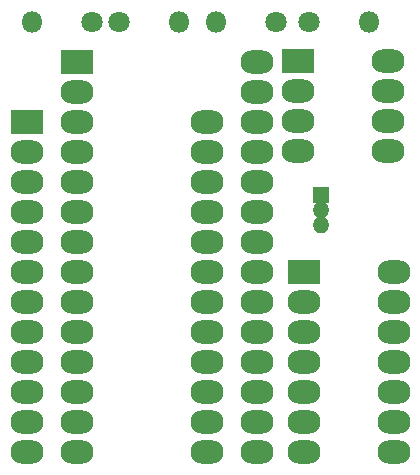
<source format=gbs>
G04 #@! TF.FileFunction,Soldermask,Bot*
%FSLAX46Y46*%
G04 Gerber Fmt 4.6, Leading zero omitted, Abs format (unit mm)*
G04 Created by KiCad (PCBNEW 4.0.4-stable) date 06/24/17 18:47:56*
%MOMM*%
%LPD*%
G01*
G04 APERTURE LIST*
%ADD10C,0.100000*%
%ADD11C,1.800000*%
%ADD12O,1.800000X1.800000*%
%ADD13R,2.800000X2.000000*%
%ADD14O,2.800000X2.000000*%
%ADD15R,1.400000X1.400000*%
%ADD16O,1.400000X1.400000*%
G04 APERTURE END LIST*
D10*
D11*
X149750000Y-101650000D03*
D12*
X144670000Y-101650000D03*
D11*
X168150000Y-101650000D03*
D12*
X173230000Y-101650000D03*
D11*
X152100000Y-101650000D03*
D12*
X157180000Y-101650000D03*
D11*
X165350000Y-101650000D03*
D12*
X160270000Y-101650000D03*
D13*
X167200000Y-104950000D03*
D14*
X174820000Y-112570000D03*
X167200000Y-107490000D03*
X174820000Y-110030000D03*
X167200000Y-110030000D03*
X174820000Y-107490000D03*
X167200000Y-112570000D03*
X174820000Y-104950000D03*
D13*
X144250000Y-110100000D03*
D14*
X159490000Y-138040000D03*
X144250000Y-112640000D03*
X159490000Y-135500000D03*
X144250000Y-115180000D03*
X159490000Y-132960000D03*
X144250000Y-117720000D03*
X159490000Y-130420000D03*
X144250000Y-120260000D03*
X159490000Y-127880000D03*
X144250000Y-122800000D03*
X159490000Y-125340000D03*
X144250000Y-125340000D03*
X159490000Y-122800000D03*
X144250000Y-127880000D03*
X159490000Y-120260000D03*
X144250000Y-130420000D03*
X159490000Y-117720000D03*
X144250000Y-132960000D03*
X159490000Y-115180000D03*
X144250000Y-135500000D03*
X159490000Y-112640000D03*
X144250000Y-138040000D03*
X159490000Y-110100000D03*
D13*
X148501100Y-105003600D03*
D14*
X163741100Y-138023600D03*
X148501100Y-107543600D03*
X163741100Y-135483600D03*
X148501100Y-110083600D03*
X163741100Y-132943600D03*
X148501100Y-112623600D03*
X163741100Y-130403600D03*
X148501100Y-115163600D03*
X163741100Y-127863600D03*
X148501100Y-117703600D03*
X163741100Y-125323600D03*
X148501100Y-120243600D03*
X163741100Y-122783600D03*
X148501100Y-122783600D03*
X163741100Y-120243600D03*
X148501100Y-125323600D03*
X163741100Y-117703600D03*
X148501100Y-127863600D03*
X163741100Y-115163600D03*
X148501100Y-130403600D03*
X163741100Y-112623600D03*
X148501100Y-132943600D03*
X163741100Y-110083600D03*
X148501100Y-135483600D03*
X163741100Y-107543600D03*
X148501100Y-138023600D03*
X163741100Y-105003600D03*
D13*
X167750000Y-122800000D03*
D14*
X175370000Y-138040000D03*
X167750000Y-125340000D03*
X175370000Y-135500000D03*
X167750000Y-127880000D03*
X175370000Y-132960000D03*
X167750000Y-130420000D03*
X175370000Y-130420000D03*
X167750000Y-132960000D03*
X175370000Y-127880000D03*
X167750000Y-135500000D03*
X175370000Y-125340000D03*
X167750000Y-138040000D03*
X175370000Y-122800000D03*
D15*
X169164000Y-116332000D03*
D16*
X169164000Y-117602000D03*
X169164000Y-118872000D03*
M02*

</source>
